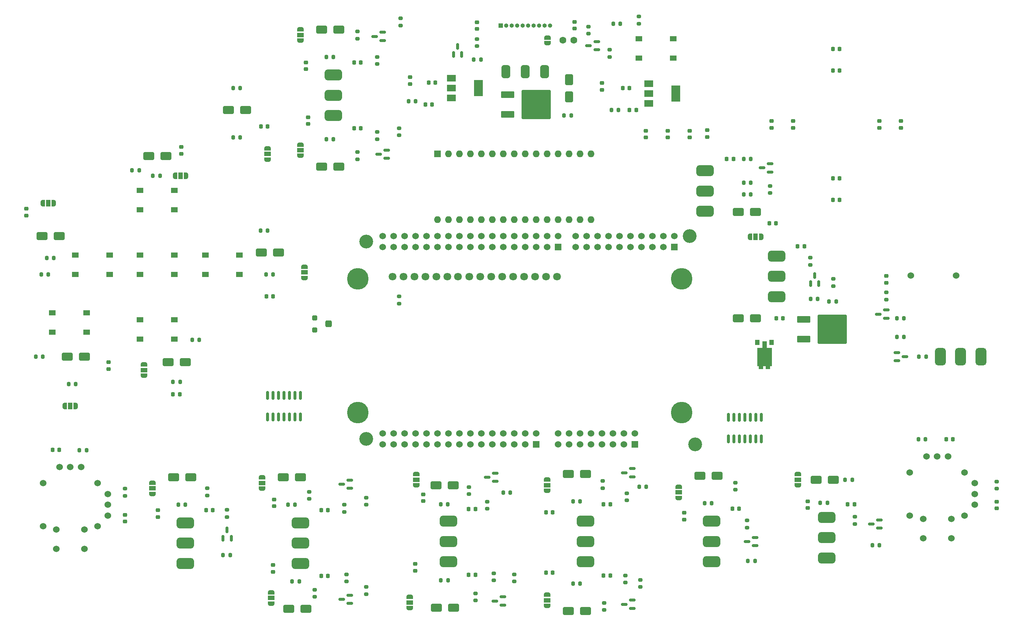
<source format=gbr>
%TF.GenerationSoftware,KiCad,Pcbnew,(7.0.0)*%
%TF.CreationDate,2023-04-25T13:09:25+01:00*%
%TF.ProjectId,controller,636f6e74-726f-46c6-9c65-722e6b696361,V1.2*%
%TF.SameCoordinates,Original*%
%TF.FileFunction,Soldermask,Top*%
%TF.FilePolarity,Negative*%
%FSLAX46Y46*%
G04 Gerber Fmt 4.6, Leading zero omitted, Abs format (unit mm)*
G04 Created by KiCad (PCBNEW (7.0.0)) date 2023-04-25 13:09:25*
%MOMM*%
%LPD*%
G01*
G04 APERTURE LIST*
G04 Aperture macros list*
%AMRoundRect*
0 Rectangle with rounded corners*
0 $1 Rounding radius*
0 $2 $3 $4 $5 $6 $7 $8 $9 X,Y pos of 4 corners*
0 Add a 4 corners polygon primitive as box body*
4,1,4,$2,$3,$4,$5,$6,$7,$8,$9,$2,$3,0*
0 Add four circle primitives for the rounded corners*
1,1,$1+$1,$2,$3*
1,1,$1+$1,$4,$5*
1,1,$1+$1,$6,$7*
1,1,$1+$1,$8,$9*
0 Add four rect primitives between the rounded corners*
20,1,$1+$1,$2,$3,$4,$5,0*
20,1,$1+$1,$4,$5,$6,$7,0*
20,1,$1+$1,$6,$7,$8,$9,0*
20,1,$1+$1,$8,$9,$2,$3,0*%
%AMFreePoly0*
4,1,19,0.550000,-0.750000,0.000000,-0.750000,0.000000,-0.744911,-0.071157,-0.744911,-0.207708,-0.704816,-0.327430,-0.627875,-0.420627,-0.520320,-0.479746,-0.390866,-0.500000,-0.250000,-0.500000,0.250000,-0.479746,0.390866,-0.420627,0.520320,-0.327430,0.627875,-0.207708,0.704816,-0.071157,0.744911,0.000000,0.744911,0.000000,0.750000,0.550000,0.750000,0.550000,-0.750000,0.550000,-0.750000,
$1*%
%AMFreePoly1*
4,1,19,0.000000,0.744911,0.071157,0.744911,0.207708,0.704816,0.327430,0.627875,0.420627,0.520320,0.479746,0.390866,0.500000,0.250000,0.500000,-0.250000,0.479746,-0.390866,0.420627,-0.520320,0.327430,-0.627875,0.207708,-0.704816,0.071157,-0.744911,0.000000,-0.744911,0.000000,-0.750000,-0.550000,-0.750000,-0.550000,0.750000,0.000000,0.750000,0.000000,0.744911,0.000000,0.744911,
$1*%
%AMFreePoly2*
4,1,19,0.500000,-0.750000,0.000000,-0.750000,0.000000,-0.744911,-0.071157,-0.744911,-0.207708,-0.704816,-0.327430,-0.627875,-0.420627,-0.520320,-0.479746,-0.390866,-0.500000,-0.250000,-0.500000,0.250000,-0.479746,0.390866,-0.420627,0.520320,-0.327430,0.627875,-0.207708,0.704816,-0.071157,0.744911,0.000000,0.744911,0.000000,0.750000,0.500000,0.750000,0.500000,-0.750000,0.500000,-0.750000,
$1*%
%AMFreePoly3*
4,1,19,0.000000,0.744911,0.071157,0.744911,0.207708,0.704816,0.327430,0.627875,0.420627,0.520320,0.479746,0.390866,0.500000,0.250000,0.500000,-0.250000,0.479746,-0.390866,0.420627,-0.520320,0.327430,-0.627875,0.207708,-0.704816,0.071157,-0.744911,0.000000,-0.744911,0.000000,-0.750000,-0.500000,-0.750000,-0.500000,0.750000,0.000000,0.750000,0.000000,0.744911,0.000000,0.744911,
$1*%
G04 Aperture macros list end*
%ADD10RoundRect,0.225000X0.225000X0.250000X-0.225000X0.250000X-0.225000X-0.250000X0.225000X-0.250000X0*%
%ADD11RoundRect,0.200000X0.200000X0.275000X-0.200000X0.275000X-0.200000X-0.275000X0.200000X-0.275000X0*%
%ADD12FreePoly0,270.000000*%
%ADD13R,1.500000X1.000000*%
%ADD14FreePoly1,270.000000*%
%ADD15FreePoly0,0.000000*%
%ADD16R,1.000000X1.500000*%
%ADD17FreePoly1,0.000000*%
%ADD18RoundRect,0.200000X-0.275000X0.200000X-0.275000X-0.200000X0.275000X-0.200000X0.275000X0.200000X0*%
%ADD19FreePoly0,90.000000*%
%ADD20FreePoly1,90.000000*%
%ADD21R,1.550000X1.300000*%
%ADD22RoundRect,0.218750X0.218750X0.256250X-0.218750X0.256250X-0.218750X-0.256250X0.218750X-0.256250X0*%
%ADD23RoundRect,0.225000X-0.250000X0.225000X-0.250000X-0.225000X0.250000X-0.225000X0.250000X0.225000X0*%
%ADD24FreePoly2,270.000000*%
%ADD25FreePoly3,270.000000*%
%ADD26RoundRect,0.150000X0.150000X-0.587500X0.150000X0.587500X-0.150000X0.587500X-0.150000X-0.587500X0*%
%ADD27RoundRect,0.200000X0.275000X-0.200000X0.275000X0.200000X-0.275000X0.200000X-0.275000X-0.200000X0*%
%ADD28RoundRect,0.200000X-0.200000X-0.275000X0.200000X-0.275000X0.200000X0.275000X-0.200000X0.275000X0*%
%ADD29RoundRect,0.218750X0.256250X-0.218750X0.256250X0.218750X-0.256250X0.218750X-0.256250X-0.218750X0*%
%ADD30C,1.524000*%
%ADD31RoundRect,0.625000X-1.375000X0.625000X-1.375000X-0.625000X1.375000X-0.625000X1.375000X0.625000X0*%
%ADD32RoundRect,0.250000X1.000000X0.650000X-1.000000X0.650000X-1.000000X-0.650000X1.000000X-0.650000X0*%
%ADD33RoundRect,0.250000X-0.650000X1.000000X-0.650000X-1.000000X0.650000X-1.000000X0.650000X1.000000X0*%
%ADD34RoundRect,0.250000X-1.000000X-0.650000X1.000000X-0.650000X1.000000X0.650000X-1.000000X0.650000X0*%
%ADD35RoundRect,0.218750X-0.218750X-0.256250X0.218750X-0.256250X0.218750X0.256250X-0.218750X0.256250X0*%
%ADD36RoundRect,0.225000X0.250000X-0.225000X0.250000X0.225000X-0.250000X0.225000X-0.250000X-0.225000X0*%
%ADD37RoundRect,0.150000X0.587500X0.150000X-0.587500X0.150000X-0.587500X-0.150000X0.587500X-0.150000X0*%
%ADD38RoundRect,0.500000X-0.500000X-1.000000X0.500000X-1.000000X0.500000X1.000000X-0.500000X1.000000X0*%
%ADD39RoundRect,0.625000X-0.625000X-1.375000X0.625000X-1.375000X0.625000X1.375000X-0.625000X1.375000X0*%
%ADD40RoundRect,0.150000X0.150000X-0.825000X0.150000X0.825000X-0.150000X0.825000X-0.150000X-0.825000X0*%
%ADD41RoundRect,0.225000X-0.225000X-0.250000X0.225000X-0.250000X0.225000X0.250000X-0.225000X0.250000X0*%
%ADD42FreePoly0,180.000000*%
%ADD43FreePoly1,180.000000*%
%ADD44RoundRect,0.300000X-0.300000X0.300000X-0.300000X-0.300000X0.300000X-0.300000X0.300000X0.300000X0*%
%ADD45RoundRect,0.375000X-0.375000X0.425000X-0.375000X-0.425000X0.375000X-0.425000X0.375000X0.425000X0*%
%ADD46R,1.000000X1.000000*%
%ADD47O,1.000000X1.000000*%
%ADD48RoundRect,0.150000X-0.587500X-0.150000X0.587500X-0.150000X0.587500X0.150000X-0.587500X0.150000X0*%
%ADD49R,2.000000X1.500000*%
%ADD50R,2.000000X3.800000*%
%ADD51R,1.100000X1.300000*%
%ADD52R,1.000000X0.650000*%
%ADD53R,3.400000X4.300000*%
%ADD54RoundRect,0.100000X1.400000X0.700000X-1.400000X0.700000X-1.400000X-0.700000X1.400000X-0.700000X0*%
%ADD55RoundRect,0.100000X3.250000X3.250000X-3.250000X3.250000X-3.250000X-3.250000X3.250000X-3.250000X0*%
%ADD56C,5.000000*%
%ADD57C,1.800000*%
%ADD58C,1.600000*%
%ADD59C,3.200000*%
%ADD60C,1.530000*%
%ADD61R,1.530000X1.530000*%
%ADD62R,1.600000X1.600000*%
%ADD63O,1.600000X1.600000*%
G04 APERTURE END LIST*
D10*
%TO.C,C28*%
X208060000Y-88730000D03*
X206510000Y-88730000D03*
%TD*%
D11*
%TO.C,R23*%
X230400000Y-141300000D03*
X228750000Y-141300000D03*
%TD*%
D12*
%TO.C,JP17*%
X88680000Y-49330000D03*
D13*
X88679999Y-50629999D03*
D14*
X88680000Y-51930000D03*
%TD*%
D15*
%TO.C,JP3*%
X200400000Y-69800000D03*
D16*
X201699999Y-69799999D03*
D17*
X203000000Y-69800000D03*
%TD*%
D18*
%TO.C,R12*%
X139500000Y-131200000D03*
X139500000Y-132850000D03*
%TD*%
D19*
%TO.C,JP5*%
X123100000Y-127400000D03*
D13*
X123099999Y-126099999D03*
D20*
X123100000Y-124800000D03*
%TD*%
D21*
%TO.C,RESET1*%
X174709999Y-23959999D03*
X182659999Y-23959999D03*
X174709999Y-28459999D03*
X182659999Y-28459999D03*
%TD*%
D22*
%TO.C,D1*%
X168055000Y-131785000D03*
X166480000Y-131785000D03*
%TD*%
D23*
%TO.C,C7*%
X98065000Y-42120000D03*
X98065000Y-43670000D03*
%TD*%
D24*
%TO.C,JP20*%
X153550000Y-23650000D03*
D25*
X153550000Y-24950000D03*
%TD*%
D26*
%TO.C,Q5*%
X78350000Y-139637500D03*
X80250000Y-139637500D03*
X79300000Y-137762500D03*
%TD*%
D27*
%TO.C,R28*%
X141073000Y-149436000D03*
X141073000Y-147786000D03*
%TD*%
D28*
%TO.C,R68*%
X94350000Y-149690000D03*
X96000000Y-149690000D03*
%TD*%
D29*
%TO.C,D43*%
X232000000Y-80475000D03*
X232000000Y-78900000D03*
%TD*%
D30*
%TO.C,U7*%
X237455000Y-124410000D03*
X237455000Y-134410000D03*
X250105000Y-124410000D03*
X250105000Y-134410000D03*
X240530000Y-135160000D03*
X247030000Y-135160000D03*
X240530000Y-139660000D03*
X247030000Y-139660000D03*
X241280000Y-120680000D03*
X243780000Y-120680000D03*
X246280000Y-120680000D03*
X252510000Y-126910000D03*
X252510000Y-129410000D03*
X252510000Y-131910000D03*
%TD*%
D18*
%TO.C,R55*%
X135300000Y-127800000D03*
X135300000Y-129450000D03*
%TD*%
D29*
%TO.C,D42*%
X121700000Y-34425000D03*
X121700000Y-32850000D03*
%TD*%
D31*
%TO.C,SW2*%
X218220000Y-134830000D03*
X218220000Y-139530000D03*
X218220000Y-144230000D03*
%TD*%
D32*
%TO.C,D40*%
X46230000Y-97620000D03*
X42230000Y-97620000D03*
%TD*%
D10*
%TO.C,C26*%
X174050000Y-40470000D03*
X172500000Y-40470000D03*
%TD*%
D11*
%TO.C,R61*%
X200600000Y-60000000D03*
X198950000Y-60000000D03*
%TD*%
D33*
%TO.C,D45*%
X158530000Y-33390000D03*
X158530000Y-37390000D03*
%TD*%
D22*
%TO.C,D18*%
X102650000Y-133180000D03*
X101075000Y-133180000D03*
%TD*%
D34*
%TO.C,D29*%
X101190000Y-53550000D03*
X105190000Y-53550000D03*
%TD*%
D35*
%TO.C,D13*%
X223025000Y-131800000D03*
X224600000Y-131800000D03*
%TD*%
D11*
%TO.C,R11*%
X200600000Y-51800000D03*
X198950000Y-51800000D03*
%TD*%
D10*
%TO.C,C27*%
X126780000Y-39200000D03*
X125230000Y-39200000D03*
%TD*%
D22*
%TO.C,D23*%
X221187500Y-31300000D03*
X219612500Y-31300000D03*
%TD*%
D18*
%TO.C,R57*%
X98300000Y-128900000D03*
X98300000Y-130550000D03*
%TD*%
D22*
%TO.C,D21*%
X197900000Y-132800000D03*
X196325000Y-132800000D03*
%TD*%
%TO.C,D19*%
X221187500Y-26300000D03*
X219612500Y-26300000D03*
%TD*%
D36*
%TO.C,C9*%
X124700000Y-131075000D03*
X124700000Y-129525000D03*
%TD*%
D26*
%TO.C,Q24*%
X214450000Y-80675000D03*
X216350000Y-80675000D03*
X215400000Y-78800000D03*
%TD*%
D37*
%TO.C,Q31*%
X232000000Y-88700000D03*
X232000000Y-86800000D03*
X230125000Y-87750000D03*
%TD*%
D22*
%TO.C,D22*%
X102650000Y-148420000D03*
X101075000Y-148420000D03*
%TD*%
D27*
%TO.C,R88*%
X232000000Y-84350000D03*
X232000000Y-82700000D03*
%TD*%
D37*
%TO.C,Q20*%
X107730000Y-154770000D03*
X107730000Y-152870000D03*
X105855000Y-153820000D03*
%TD*%
D35*
%TO.C,D24*%
X219625000Y-61300000D03*
X221200000Y-61300000D03*
%TD*%
D29*
%TO.C,D41*%
X166150000Y-35747500D03*
X166150000Y-34172500D03*
%TD*%
D31*
%TO.C,LIGHTS1*%
X191550000Y-135720000D03*
X191550000Y-140420000D03*
X191550000Y-145120000D03*
%TD*%
D28*
%TO.C,R24*%
X136450000Y-28800000D03*
X138100000Y-28800000D03*
%TD*%
D22*
%TO.C,D3*%
X196600000Y-51800000D03*
X195025000Y-51800000D03*
%TD*%
D34*
%TO.C,D31*%
X127700000Y-127400000D03*
X131700000Y-127400000D03*
%TD*%
D37*
%TO.C,Q19*%
X201600000Y-141400000D03*
X201600000Y-139500000D03*
X199725000Y-140450000D03*
%TD*%
D11*
%TO.C,R86*%
X122970000Y-38412500D03*
X121320000Y-38412500D03*
%TD*%
%TO.C,R79*%
X63725000Y-55700000D03*
X62075000Y-55700000D03*
%TD*%
D28*
%TO.C,R1*%
X174750000Y-127700000D03*
X176400000Y-127700000D03*
%TD*%
D11*
%TO.C,R89*%
X170400000Y-20500000D03*
X168750000Y-20500000D03*
%TD*%
%TO.C,R74*%
X36610000Y-97620000D03*
X34960000Y-97620000D03*
%TD*%
D23*
%TO.C,C15*%
X68700000Y-49025000D03*
X68700000Y-50575000D03*
%TD*%
D38*
%TO.C,PWR_SW1*%
X143870000Y-31580000D03*
X148370000Y-31580000D03*
X152870000Y-31580000D03*
%TD*%
D11*
%TO.C,R41*%
X201600000Y-144900000D03*
X199950000Y-144900000D03*
%TD*%
D28*
%TO.C,R80*%
X66750000Y-103400000D03*
X68400000Y-103400000D03*
%TD*%
D27*
%TO.C,R14*%
X163000000Y-22750000D03*
X163000000Y-21100000D03*
%TD*%
D22*
%TO.C,D11*%
X110270000Y-29420000D03*
X108695000Y-29420000D03*
%TD*%
D28*
%TO.C,R51*%
X198950000Y-57300000D03*
X200600000Y-57300000D03*
%TD*%
D34*
%TO.C,D10*%
X215700000Y-126100000D03*
X219700000Y-126100000D03*
%TD*%
D39*
%TO.C,BUZZER_ON/OFF1*%
X244510000Y-97620000D03*
X249210000Y-97620000D03*
X253910000Y-97620000D03*
%TD*%
D27*
%TO.C,R45*%
X199700000Y-137200000D03*
X199700000Y-135550000D03*
%TD*%
D29*
%TO.C,D14*%
X137200000Y-21675000D03*
X137200000Y-20100000D03*
%TD*%
D34*
%TO.C,D34*%
X93570000Y-156040000D03*
X97570000Y-156040000D03*
%TD*%
D28*
%TO.C,R72*%
X87030000Y-68410000D03*
X88680000Y-68410000D03*
%TD*%
D29*
%TO.C,D15*%
X235400000Y-44587500D03*
X235400000Y-43012500D03*
%TD*%
D28*
%TO.C,R94*%
X234450000Y-93000000D03*
X236100000Y-93000000D03*
%TD*%
D29*
%TO.C,D16*%
X205400000Y-44587500D03*
X205400000Y-43012500D03*
%TD*%
D11*
%TO.C,R83*%
X82330000Y-46820000D03*
X80680000Y-46820000D03*
%TD*%
D18*
%TO.C,R49*%
X166300000Y-126400000D03*
X166300000Y-128050000D03*
%TD*%
D12*
%TO.C,JP11*%
X96300000Y-48470000D03*
D13*
X96299999Y-49769999D03*
D14*
X96300000Y-51070000D03*
%TD*%
D40*
%TO.C,U4*%
X88615000Y-111525000D03*
X89885000Y-111525000D03*
X91155000Y-111525000D03*
X92425000Y-111525000D03*
X93695000Y-111525000D03*
X94965000Y-111525000D03*
X96235000Y-111525000D03*
X96235000Y-106575000D03*
X94965000Y-106575000D03*
X93695000Y-106575000D03*
X92425000Y-106575000D03*
X91155000Y-106575000D03*
X89885000Y-106575000D03*
X88615000Y-106575000D03*
%TD*%
D28*
%TO.C,R65*%
X128775000Y-131800000D03*
X130425000Y-131800000D03*
%TD*%
D41*
%TO.C,C3*%
X153170000Y-133690000D03*
X154720000Y-133690000D03*
%TD*%
D27*
%TO.C,R77*%
X257590000Y-128180000D03*
X257590000Y-126530000D03*
%TD*%
D37*
%TO.C,Q9*%
X115350000Y-24340000D03*
X115350000Y-22440000D03*
X113475000Y-23390000D03*
%TD*%
D42*
%TO.C,JP13*%
X69800000Y-55710000D03*
D16*
X68499999Y-55709999D03*
D43*
X67200000Y-55710000D03*
%TD*%
D28*
%TO.C,R60*%
X159420000Y-150200000D03*
X161070000Y-150200000D03*
%TD*%
D37*
%TO.C,Q2*%
X173135000Y-155915000D03*
X173135000Y-154015000D03*
X171260000Y-154965000D03*
%TD*%
D11*
%TO.C,R71*%
X37880000Y-78570000D03*
X36230000Y-78570000D03*
%TD*%
D41*
%TO.C,C18*%
X88400000Y-83650000D03*
X89950000Y-83650000D03*
%TD*%
D28*
%TO.C,R67*%
X93380000Y-131910000D03*
X95030000Y-131910000D03*
%TD*%
D23*
%TO.C,C29*%
X190500000Y-45125000D03*
X190500000Y-46675000D03*
%TD*%
D37*
%TO.C,Q16*%
X107730000Y-128100000D03*
X107730000Y-126200000D03*
X105855000Y-127150000D03*
%TD*%
D27*
%TO.C,R3*%
X175000000Y-150960000D03*
X175000000Y-149310000D03*
%TD*%
D32*
%TO.C,D38*%
X91220000Y-73490000D03*
X87220000Y-73490000D03*
%TD*%
D19*
%TO.C,JP8*%
X183930000Y-130320000D03*
D13*
X183929999Y-129019999D03*
D20*
X183930000Y-127720000D03*
%TD*%
D18*
%TO.C,R2*%
X171865000Y-129245000D03*
X171865000Y-130895000D03*
%TD*%
D12*
%TO.C,JP1*%
X153450000Y-126070000D03*
D13*
X153449999Y-127369999D03*
D14*
X153450000Y-128670000D03*
%TD*%
D29*
%TO.C,D8*%
X210400000Y-44587500D03*
X210400000Y-43012500D03*
%TD*%
D19*
%TO.C,JP7*%
X96300000Y-24370000D03*
D13*
X96299999Y-23069999D03*
D20*
X96300000Y-21770000D03*
%TD*%
D27*
%TO.C,R22*%
X145830000Y-149690000D03*
X145830000Y-148040000D03*
%TD*%
D22*
%TO.C,D12*%
X136818000Y-148166000D03*
X135243000Y-148166000D03*
%TD*%
D37*
%TO.C,Q6*%
X164900000Y-26500000D03*
X164900000Y-24600000D03*
X163025000Y-25550000D03*
%TD*%
D34*
%TO.C,D36*%
X65630000Y-98890000D03*
X69630000Y-98890000D03*
%TD*%
D27*
%TO.C,R29*%
X224700000Y-136350000D03*
X224700000Y-134700000D03*
%TD*%
D36*
%TO.C,C6*%
X97570000Y-30970000D03*
X97570000Y-29420000D03*
%TD*%
D37*
%TO.C,Q11*%
X230400000Y-137300000D03*
X230400000Y-135400000D03*
X228525000Y-136350000D03*
%TD*%
D11*
%TO.C,R69*%
X58900000Y-54440000D03*
X57250000Y-54440000D03*
%TD*%
D44*
%TO.C,RV1*%
X99580000Y-88600000D03*
D45*
X102830000Y-90000000D03*
D44*
X99580000Y-91400000D03*
%TD*%
D28*
%TO.C,R81*%
X37500000Y-74760000D03*
X39150000Y-74760000D03*
%TD*%
D22*
%TO.C,D2*%
X168055000Y-148295000D03*
X166480000Y-148295000D03*
%TD*%
D29*
%TO.C,D6*%
X159800000Y-21587500D03*
X159800000Y-20012500D03*
%TD*%
D36*
%TO.C,C23*%
X257590000Y-132765000D03*
X257590000Y-131215000D03*
%TD*%
D46*
%TO.C,J1*%
X142699999Y-20899999D03*
D47*
X143969999Y-20899999D03*
X145239999Y-20899999D03*
X146509999Y-20899999D03*
X147779999Y-20899999D03*
X149049999Y-20899999D03*
X150319999Y-20899999D03*
X151589999Y-20899999D03*
X152859999Y-20899999D03*
X154129999Y-20899999D03*
%TD*%
D28*
%TO.C,R59*%
X159420000Y-131150000D03*
X161070000Y-131150000D03*
%TD*%
D32*
%TO.C,D27*%
X201700000Y-64100000D03*
X197700000Y-64100000D03*
%TD*%
D41*
%TO.C,C22*%
X38845000Y-119210000D03*
X40395000Y-119210000D03*
%TD*%
D36*
%TO.C,C20*%
X51850000Y-100440000D03*
X51850000Y-98890000D03*
%TD*%
D35*
%TO.C,D20*%
X219612500Y-56300000D03*
X221187500Y-56300000D03*
%TD*%
D27*
%TO.C,R96*%
X119160000Y-85300000D03*
X119160000Y-83650000D03*
%TD*%
%TO.C,R75*%
X55635000Y-129830000D03*
X55635000Y-128180000D03*
%TD*%
D48*
%TO.C,Q23*%
X234425000Y-96650000D03*
X234425000Y-98550000D03*
X236300000Y-97600000D03*
%TD*%
D34*
%TO.C,D37*%
X36420000Y-69680000D03*
X40420000Y-69680000D03*
%TD*%
D36*
%TO.C,C14*%
X181390000Y-46820000D03*
X181390000Y-45270000D03*
%TD*%
D23*
%TO.C,C12*%
X89950000Y-145880000D03*
X89950000Y-147430000D03*
%TD*%
D18*
%TO.C,R58*%
X99600000Y-151575000D03*
X99600000Y-153225000D03*
%TD*%
D49*
%TO.C,U10*%
X131249999Y-33089999D03*
X131249999Y-35389999D03*
X131249999Y-37689999D03*
D50*
X137549999Y-35389999D03*
%TD*%
D34*
%TO.C,D30*%
X188820000Y-125180000D03*
X192820000Y-125180000D03*
%TD*%
D28*
%TO.C,R63*%
X102270000Y-47200000D03*
X103920000Y-47200000D03*
%TD*%
D32*
%TO.C,D35*%
X65100000Y-51100000D03*
X61100000Y-51100000D03*
%TD*%
D28*
%TO.C,R64*%
X189900000Y-131530000D03*
X191550000Y-131530000D03*
%TD*%
D31*
%TO.C,REV_BRAKE1*%
X130590000Y-135720000D03*
X130590000Y-140420000D03*
X130590000Y-145120000D03*
%TD*%
D23*
%TO.C,C10*%
X122848000Y-145626000D03*
X122848000Y-147176000D03*
%TD*%
D11*
%TO.C,R82*%
X89950000Y-78560000D03*
X88300000Y-78560000D03*
%TD*%
D22*
%TO.C,D17*%
X110270000Y-44660000D03*
X108695000Y-44660000D03*
%TD*%
D31*
%TO.C,KILL_SWITCH1*%
X190000000Y-54500000D03*
X190000000Y-59200000D03*
X190000000Y-63900000D03*
%TD*%
D28*
%TO.C,R70*%
X71175000Y-93700000D03*
X72825000Y-93700000D03*
%TD*%
%TO.C,R20*%
X216675000Y-131500000D03*
X218325000Y-131500000D03*
%TD*%
D27*
%TO.C,R52*%
X109445000Y-23895000D03*
X109445000Y-22245000D03*
%TD*%
D19*
%TO.C,JP6*%
X89500000Y-154800000D03*
D13*
X89499999Y-153499999D03*
D20*
X89500000Y-152200000D03*
%TD*%
D41*
%TO.C,C31*%
X126005000Y-34120000D03*
X127555000Y-34120000D03*
%TD*%
D27*
%TO.C,R42*%
X111540000Y-152610000D03*
X111540000Y-150960000D03*
%TD*%
D21*
%TO.C,D_BACK1*%
X38819999Y-87459999D03*
X46769999Y-87459999D03*
X38819999Y-91959999D03*
X46769999Y-91959999D03*
%TD*%
D29*
%TO.C,D7*%
X230400000Y-44575000D03*
X230400000Y-43000000D03*
%TD*%
D27*
%TO.C,R90*%
X214375000Y-76325000D03*
X214375000Y-74675000D03*
%TD*%
D18*
%TO.C,R54*%
X197000000Y-126800000D03*
X197000000Y-128450000D03*
%TD*%
D12*
%TO.C,JP2*%
X153450000Y-152740000D03*
D13*
X153449999Y-154039999D03*
D14*
X153450000Y-155340000D03*
%TD*%
D30*
%TO.C,BZ1*%
X237650000Y-78800000D03*
X248150000Y-78800000D03*
%TD*%
D42*
%TO.C,JP18*%
X44230000Y-109050000D03*
D16*
X42929999Y-109049999D03*
D43*
X41630000Y-109050000D03*
%TD*%
D12*
%TO.C,JP4*%
X87410000Y-125560000D03*
D13*
X87409999Y-126859999D03*
D14*
X87410000Y-128160000D03*
%TD*%
D34*
%TO.C,D32*%
X127738000Y-155786000D03*
X131738000Y-155786000D03*
%TD*%
D51*
%TO.C,M1*%
X202129999Y-94284999D03*
X205429999Y-94284999D03*
D52*
X202979999Y-100159999D03*
D16*
X203779999Y-94784999D03*
D53*
X203779999Y-97684999D03*
D52*
X204579999Y-100159999D03*
%TD*%
D27*
%TO.C,R17*%
X74710000Y-129750000D03*
X74710000Y-128100000D03*
%TD*%
D19*
%TO.C,JP10*%
X211500000Y-127400000D03*
D13*
X211499999Y-126099999D03*
D20*
X211500000Y-124800000D03*
%TD*%
D10*
%TO.C,C16*%
X68300000Y-106300000D03*
X66750000Y-106300000D03*
%TD*%
D21*
%TO.C,D_DOWN1*%
X59139999Y-89049999D03*
X67089999Y-89049999D03*
X59139999Y-93549999D03*
X67089999Y-93549999D03*
%TD*%
D41*
%TO.C,C4*%
X153170000Y-147660000D03*
X154720000Y-147660000D03*
%TD*%
D18*
%TO.C,R5*%
X205100000Y-58050000D03*
X205100000Y-59700000D03*
%TD*%
D31*
%TO.C,AS_DEC_SW1*%
X103920000Y-32340000D03*
X103920000Y-37040000D03*
X103920000Y-41740000D03*
%TD*%
D36*
%TO.C,C8*%
X185200000Y-135340000D03*
X185200000Y-133790000D03*
%TD*%
D27*
%TO.C,R37*%
X114080000Y-47200000D03*
X114080000Y-45550000D03*
%TD*%
D12*
%TO.C,JP9*%
X62010000Y-126800000D03*
D13*
X62009999Y-128099999D03*
D14*
X62010000Y-129400000D03*
%TD*%
D10*
%TO.C,C19*%
X88680000Y-44280000D03*
X87130000Y-44280000D03*
%TD*%
%TO.C,C5*%
X206450000Y-66700000D03*
X204900000Y-66700000D03*
%TD*%
D18*
%TO.C,R50*%
X166595000Y-154645000D03*
X166595000Y-156295000D03*
%TD*%
D36*
%TO.C,C21*%
X55635000Y-135800000D03*
X55635000Y-134250000D03*
%TD*%
D30*
%TO.C,U6*%
X36635000Y-126910000D03*
X36635000Y-136910000D03*
X49285000Y-126910000D03*
X49285000Y-136910000D03*
X39710000Y-137660000D03*
X46210000Y-137660000D03*
X39710000Y-142160000D03*
X46210000Y-142160000D03*
X40460000Y-123180000D03*
X42960000Y-123180000D03*
X45460000Y-123180000D03*
X51690000Y-129410000D03*
X51690000Y-131910000D03*
X51690000Y-134410000D03*
%TD*%
D31*
%TO.C,SW1*%
X69630000Y-136100000D03*
X69630000Y-140800000D03*
X69630000Y-145500000D03*
%TD*%
D41*
%TO.C,C30*%
X170950000Y-35390000D03*
X172500000Y-35390000D03*
%TD*%
D37*
%TO.C,Q15*%
X116287500Y-51627500D03*
X116287500Y-49727500D03*
X114412500Y-50677500D03*
%TD*%
D28*
%TO.C,R98*%
X239550000Y-97600000D03*
X241200000Y-97600000D03*
%TD*%
D36*
%TO.C,C2*%
X213800000Y-132650000D03*
X213800000Y-131100000D03*
%TD*%
D31*
%TO.C,MOTOR_ENGAGE1*%
X96300000Y-136100000D03*
X96300000Y-140800000D03*
X96300000Y-145500000D03*
%TD*%
D11*
%TO.C,R84*%
X44230000Y-103970000D03*
X42580000Y-103970000D03*
%TD*%
D28*
%TO.C,R76*%
X45095000Y-119290000D03*
X46745000Y-119290000D03*
%TD*%
%TO.C,R18*%
X222450000Y-126100000D03*
X224100000Y-126100000D03*
%TD*%
D27*
%TO.C,R21*%
X119500000Y-20850000D03*
X119500000Y-19200000D03*
%TD*%
D37*
%TO.C,Q3*%
X205100000Y-54800000D03*
X205100000Y-52900000D03*
X203225000Y-53850000D03*
%TD*%
D27*
%TO.C,R4*%
X171545000Y-149945000D03*
X171545000Y-148295000D03*
%TD*%
D10*
%TO.C,C24*%
X247430000Y-116750000D03*
X245880000Y-116750000D03*
%TD*%
D28*
%TO.C,R62*%
X102270000Y-28150000D03*
X103920000Y-28150000D03*
%TD*%
D23*
%TO.C,C17*%
X32800000Y-63330000D03*
X32800000Y-64880000D03*
%TD*%
D54*
%TO.C,Q25*%
X144260000Y-36900000D03*
D55*
X150910000Y-39200000D03*
D54*
X144260000Y-41500000D03*
%TD*%
D18*
%TO.C,R56*%
X136818000Y-152421000D03*
X136818000Y-154071000D03*
%TD*%
D42*
%TO.C,JP15*%
X39150000Y-62060000D03*
D16*
X37849999Y-62059999D03*
D43*
X36550000Y-62060000D03*
%TD*%
D34*
%TO.C,D46*%
X197710000Y-88730000D03*
X201710000Y-88730000D03*
%TD*%
D27*
%TO.C,R46*%
X106905000Y-149690000D03*
X106905000Y-148040000D03*
%TD*%
D34*
%TO.C,D25*%
X158340000Y-124800000D03*
X162340000Y-124800000D03*
%TD*%
D37*
%TO.C,Q10*%
X143168000Y-155146000D03*
X143168000Y-153246000D03*
X141293000Y-154196000D03*
%TD*%
D34*
%TO.C,D33*%
X92300000Y-125560000D03*
X96300000Y-125560000D03*
%TD*%
D11*
%TO.C,R85*%
X169960000Y-40470000D03*
X168310000Y-40470000D03*
%TD*%
D34*
%TO.C,D9*%
X66900000Y-125560000D03*
X70900000Y-125560000D03*
%TD*%
D12*
%TO.C,JP12*%
X121578000Y-153246000D03*
D13*
X121577999Y-154545999D03*
D14*
X121578000Y-155846000D03*
%TD*%
D36*
%TO.C,C13*%
X186470000Y-46820000D03*
X186470000Y-45270000D03*
%TD*%
D28*
%TO.C,R7*%
X78350000Y-143600000D03*
X80000000Y-143600000D03*
%TD*%
D27*
%TO.C,R33*%
X119160000Y-46310000D03*
X119160000Y-44660000D03*
%TD*%
D21*
%TO.C,D_SELECT1*%
X59139999Y-74069999D03*
X67089999Y-74069999D03*
X59139999Y-78569999D03*
X67089999Y-78569999D03*
%TD*%
D28*
%TO.C,R73*%
X80680000Y-35390000D03*
X82330000Y-35390000D03*
%TD*%
D32*
%TO.C,D39*%
X83600000Y-40470000D03*
X79600000Y-40470000D03*
%TD*%
D36*
%TO.C,C25*%
X176310000Y-46820000D03*
X176310000Y-45270000D03*
%TD*%
D11*
%TO.C,R78*%
X241080000Y-116750000D03*
X239430000Y-116750000D03*
%TD*%
D28*
%TO.C,R95*%
X218730000Y-84800000D03*
X220380000Y-84800000D03*
%TD*%
D31*
%TO.C,ASCEND2*%
X206600000Y-74300000D03*
X206600000Y-79000000D03*
X206600000Y-83700000D03*
%TD*%
D22*
%TO.C,D5*%
X75980000Y-133180000D03*
X74405000Y-133180000D03*
%TD*%
D27*
%TO.C,R91*%
X174700000Y-20450000D03*
X174700000Y-18800000D03*
%TD*%
%TO.C,R13*%
X79300000Y-134750000D03*
X79300000Y-133100000D03*
%TD*%
D34*
%TO.C,D26*%
X158340000Y-156550000D03*
X162340000Y-156550000D03*
%TD*%
D19*
%TO.C,JP14*%
X60000000Y-102000000D03*
D13*
X59999999Y-100699999D03*
D20*
X60000000Y-99400000D03*
%TD*%
D28*
%TO.C,R87*%
X214450000Y-84200000D03*
X216100000Y-84200000D03*
%TD*%
D49*
%TO.C,U9*%
X176969999Y-34359999D03*
X176969999Y-36659999D03*
X176969999Y-38959999D03*
D50*
X183269999Y-36659999D03*
%TD*%
D28*
%TO.C,R6*%
X143250000Y-129100000D03*
X144900000Y-129100000D03*
%TD*%
D27*
%TO.C,R30*%
X137200000Y-25650000D03*
X137200000Y-24000000D03*
%TD*%
D36*
%TO.C,C1*%
X63280000Y-134730000D03*
X63280000Y-133180000D03*
%TD*%
D21*
%TO.C,D_UP1*%
X67089999Y-63549999D03*
X59139999Y-63549999D03*
X67089999Y-59049999D03*
X59139999Y-59049999D03*
%TD*%
D37*
%TO.C,Q1*%
X173135000Y-125435000D03*
X173135000Y-123535000D03*
X171260000Y-124485000D03*
%TD*%
D26*
%TO.C,Q12*%
X131750000Y-27575000D03*
X133650000Y-27575000D03*
X132700000Y-25700000D03*
%TD*%
D28*
%TO.C,R66*%
X128818000Y-149436000D03*
X130468000Y-149436000D03*
%TD*%
D31*
%TO.C,MOTOR_MODE1*%
X162340000Y-135720000D03*
X162340000Y-140420000D03*
X162340000Y-145120000D03*
%TD*%
D18*
%TO.C,R27*%
X114080000Y-28150000D03*
X114080000Y-29800000D03*
%TD*%
D54*
%TO.C,Q26*%
X212840000Y-88970000D03*
D55*
X219490000Y-91270000D03*
D54*
X212840000Y-93570000D03*
%TD*%
D11*
%TO.C,R92*%
X236100000Y-88730000D03*
X234450000Y-88730000D03*
%TD*%
D37*
%TO.C,Q4*%
X141400000Y-126500000D03*
X141400000Y-124600000D03*
X139525000Y-125550000D03*
%TD*%
D28*
%TO.C,R97*%
X157360000Y-41740000D03*
X159010000Y-41740000D03*
%TD*%
D22*
%TO.C,D4*%
X136818000Y-132926000D03*
X135243000Y-132926000D03*
%TD*%
D34*
%TO.C,D28*%
X101190000Y-21800000D03*
X105190000Y-21800000D03*
%TD*%
D35*
%TO.C,D44*%
X211425000Y-72000000D03*
X213000000Y-72000000D03*
%TD*%
D18*
%TO.C,R53*%
X109445000Y-50185000D03*
X109445000Y-51835000D03*
%TD*%
%TO.C,R93*%
X219700000Y-79600000D03*
X219700000Y-81250000D03*
%TD*%
D19*
%TO.C,JP16*%
X97180000Y-79360000D03*
D13*
X97179999Y-78059999D03*
D20*
X97180000Y-76760000D03*
%TD*%
D36*
%TO.C,C11*%
X90200000Y-132250000D03*
X90200000Y-130700000D03*
%TD*%
D40*
%TO.C,U3*%
X195425000Y-116605000D03*
X196695000Y-116605000D03*
X197965000Y-116605000D03*
X199235000Y-116605000D03*
X200505000Y-116605000D03*
X201775000Y-116605000D03*
X203045000Y-116605000D03*
X203045000Y-111655000D03*
X201775000Y-111655000D03*
X200505000Y-111655000D03*
X199235000Y-111655000D03*
X197965000Y-111655000D03*
X196695000Y-111655000D03*
X195425000Y-111655000D03*
%TD*%
D21*
%TO.C,D_RIGHT1*%
X74224999Y-74069999D03*
X82174999Y-74069999D03*
X74224999Y-78569999D03*
X82174999Y-78569999D03*
%TD*%
D18*
%TO.C,R8*%
X167900000Y-26500000D03*
X167900000Y-28150000D03*
%TD*%
D56*
%TO.C,U8*%
X109600000Y-79580000D03*
X109600000Y-110580000D03*
X184600000Y-79580000D03*
X184600000Y-110580000D03*
D57*
X117600000Y-79080000D03*
X120140000Y-79080000D03*
X122680000Y-79080000D03*
X125220000Y-79080000D03*
X127760000Y-79080000D03*
X130300000Y-79080000D03*
X132740000Y-79080000D03*
X135380000Y-79080000D03*
X137920000Y-79080000D03*
X140460000Y-79080000D03*
X143000000Y-79080000D03*
X145540000Y-79080000D03*
X148080000Y-79080000D03*
X150620000Y-79080000D03*
X153160000Y-79080000D03*
X155700000Y-79080000D03*
%TD*%
D28*
%TO.C,R19*%
X67980000Y-131910000D03*
X69630000Y-131910000D03*
%TD*%
D58*
%TO.C,JP19*%
X157030000Y-24300000D03*
X159570000Y-24300000D03*
%TD*%
D18*
%TO.C,R34*%
X111540000Y-130260000D03*
X111540000Y-131910000D03*
%TD*%
D21*
%TO.C,D_LEFT1*%
X44124999Y-74049999D03*
X52074999Y-74049999D03*
X44124999Y-78549999D03*
X52074999Y-78549999D03*
%TD*%
D18*
%TO.C,R38*%
X106460000Y-131910000D03*
X106460000Y-133560000D03*
%TD*%
D59*
%TO.C,U2*%
X187750000Y-117940000D03*
X111550000Y-116670000D03*
X111550000Y-70950000D03*
X186480000Y-69680000D03*
D60*
X168700000Y-115400000D03*
X166160000Y-115400000D03*
X163620000Y-115400000D03*
X161080000Y-115400000D03*
X122980000Y-117940000D03*
X120440000Y-115400000D03*
X171240000Y-117940000D03*
X168700000Y-117940000D03*
X166160000Y-117940000D03*
X172764000Y-72220000D03*
X163620000Y-117940000D03*
X161080000Y-117940000D03*
X158540000Y-117940000D03*
X156000000Y-117940000D03*
X120440000Y-72220000D03*
X125520000Y-117940000D03*
X128060000Y-117940000D03*
X162604000Y-72220000D03*
X117900000Y-72220000D03*
X145840000Y-72220000D03*
X145840000Y-117940000D03*
X148380000Y-117940000D03*
X143300000Y-115400000D03*
X140760000Y-115400000D03*
X145840000Y-115400000D03*
X158540000Y-115400000D03*
X148380000Y-115400000D03*
X156000000Y-115400000D03*
X150920000Y-115400000D03*
X135680000Y-115400000D03*
X125520000Y-72220000D03*
X125520000Y-115400000D03*
X133140000Y-115400000D03*
X138220000Y-115400000D03*
X130600000Y-115400000D03*
X130600000Y-117940000D03*
X122980000Y-115400000D03*
X117900000Y-117940000D03*
X117900000Y-115400000D03*
X120440000Y-117940000D03*
X115360000Y-115400000D03*
X115360000Y-117940000D03*
X175304000Y-69680000D03*
X128060000Y-115400000D03*
X138220000Y-69680000D03*
X171240000Y-115400000D03*
X173780000Y-115400000D03*
X182924000Y-69680000D03*
D61*
X182923999Y-72219999D03*
D60*
X180384000Y-69680000D03*
D61*
X155999999Y-72219999D03*
D60*
X177844000Y-69680000D03*
X122980000Y-72220000D03*
X172764000Y-69680000D03*
X170224000Y-69680000D03*
X133140000Y-117940000D03*
X167684000Y-69680000D03*
X175304000Y-72220000D03*
X140760000Y-72220000D03*
X115360000Y-69680000D03*
X170224000Y-72220000D03*
X130600000Y-69680000D03*
X138220000Y-72220000D03*
X148380000Y-72220000D03*
X117900000Y-69680000D03*
X180384000Y-72220000D03*
X160064000Y-72220000D03*
X167684000Y-72220000D03*
X177844000Y-72220000D03*
X165144000Y-72220000D03*
X153460000Y-72220000D03*
X140760000Y-117940000D03*
D61*
X150919999Y-117939999D03*
D60*
X143300000Y-72220000D03*
X150920000Y-72220000D03*
X135680000Y-69680000D03*
X133140000Y-72220000D03*
X138220000Y-117940000D03*
X130600000Y-72220000D03*
X133140000Y-69680000D03*
X128060000Y-72220000D03*
X165144000Y-69680000D03*
X128060000Y-69680000D03*
X162604000Y-69680000D03*
X125520000Y-69680000D03*
X148380000Y-69680000D03*
X122980000Y-69680000D03*
X153460000Y-69680000D03*
X120440000Y-69680000D03*
X145840000Y-69680000D03*
X150920000Y-69680000D03*
X156000000Y-69680000D03*
X143300000Y-117940000D03*
X160064000Y-69680000D03*
X143300000Y-69680000D03*
X140760000Y-69680000D03*
X115360000Y-72220000D03*
X135680000Y-72220000D03*
X135680000Y-117940000D03*
D61*
X173779999Y-117939999D03*
%TD*%
D62*
%TO.C,U1*%
X128049999Y-50629999D03*
D63*
X130589999Y-50629999D03*
X133129999Y-50629999D03*
X135669999Y-50629999D03*
X138209999Y-50629999D03*
X140749999Y-50629999D03*
X143289999Y-50629999D03*
X145829999Y-50629999D03*
X148369999Y-50629999D03*
X150909999Y-50629999D03*
X153449999Y-50629999D03*
X155989999Y-50629999D03*
X158529999Y-50629999D03*
X161069999Y-50629999D03*
X163609999Y-50629999D03*
X163609999Y-65869999D03*
X161069999Y-65869999D03*
X158529999Y-65869999D03*
X155989999Y-65869999D03*
X153449999Y-65869999D03*
X150909999Y-65869999D03*
X148369999Y-65869999D03*
X145829999Y-65869999D03*
X143289999Y-65869999D03*
X140749999Y-65869999D03*
X138209999Y-65869999D03*
X135669999Y-65869999D03*
X133129999Y-65869999D03*
X130589999Y-65869999D03*
X128049999Y-65869999D03*
%TD*%
M02*

</source>
